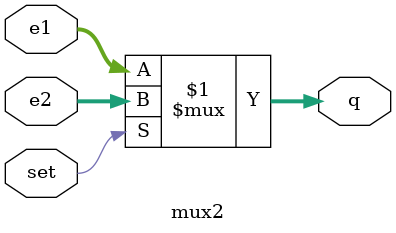
<source format=sv>
`timescale 1ns / 1ps


module mux2(
    input [63:0] e1,
    input [63:0] e2,
    input set,
    output [63:0] q
    );
    
    assign q = set ? e2 : e1;
    
endmodule

</source>
